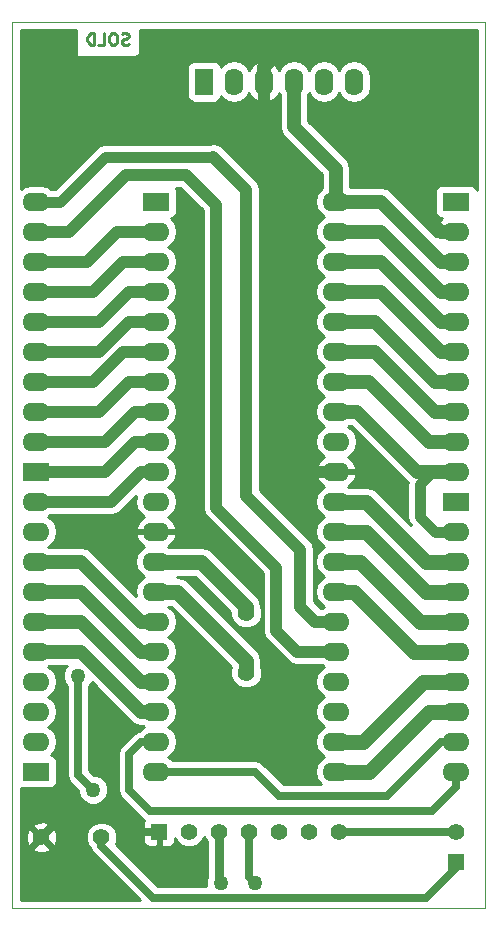
<source format=gbl>
G04 #@! TF.FileFunction,Copper,L2,Bot,Signal*
%FSLAX46Y46*%
G04 Gerber Fmt 4.6, Leading zero omitted, Abs format (unit mm)*
G04 Created by KiCad (PCBNEW (2015-01-16 BZR 5376)-product) date 6/25/2015 4:24:09 PM*
%MOMM*%
G01*
G04 APERTURE LIST*
%ADD10C,0.150000*%
%ADD11C,0.254000*%
%ADD12C,0.100000*%
%ADD13R,1.574800X2.286000*%
%ADD14O,1.574800X2.286000*%
%ADD15R,2.286000X1.574800*%
%ADD16O,2.286000X1.574800*%
%ADD17C,1.422400*%
%ADD18R,1.397000X1.397000*%
%ADD19C,1.397000*%
%ADD20C,1.270000*%
%ADD21C,0.762000*%
%ADD22C,1.143000*%
%ADD23C,0.889000*%
%ADD24C,0.635000*%
%ADD25C,1.016000*%
%ADD26C,1.270000*%
G04 APERTURE END LIST*
D10*
D11*
X198337714Y-76865238D02*
X198192571Y-76913619D01*
X197950667Y-76913619D01*
X197853905Y-76865238D01*
X197805524Y-76816857D01*
X197757143Y-76720095D01*
X197757143Y-76623333D01*
X197805524Y-76526571D01*
X197853905Y-76478190D01*
X197950667Y-76429810D01*
X198144190Y-76381429D01*
X198240952Y-76333048D01*
X198289333Y-76284667D01*
X198337714Y-76187905D01*
X198337714Y-76091143D01*
X198289333Y-75994381D01*
X198240952Y-75946000D01*
X198144190Y-75897619D01*
X197902286Y-75897619D01*
X197757143Y-75946000D01*
X197128190Y-75897619D02*
X196934667Y-75897619D01*
X196837905Y-75946000D01*
X196741143Y-76042762D01*
X196692762Y-76236286D01*
X196692762Y-76574952D01*
X196741143Y-76768476D01*
X196837905Y-76865238D01*
X196934667Y-76913619D01*
X197128190Y-76913619D01*
X197224952Y-76865238D01*
X197321714Y-76768476D01*
X197370095Y-76574952D01*
X197370095Y-76236286D01*
X197321714Y-76042762D01*
X197224952Y-75946000D01*
X197128190Y-75897619D01*
X195773524Y-76913619D02*
X196257333Y-76913619D01*
X196257333Y-75897619D01*
X195434857Y-76913619D02*
X195434857Y-75897619D01*
X195192952Y-75897619D01*
X195047810Y-75946000D01*
X194951048Y-76042762D01*
X194902667Y-76139524D01*
X194854286Y-76333048D01*
X194854286Y-76478190D01*
X194902667Y-76671714D01*
X194951048Y-76768476D01*
X195047810Y-76865238D01*
X195192952Y-76913619D01*
X195434857Y-76913619D01*
D12*
X228500000Y-150000000D02*
X188500000Y-150000000D01*
X228500000Y-75000000D02*
X228500000Y-150000000D01*
X188500000Y-75000000D02*
X188500000Y-150000000D01*
X188500000Y-75000000D02*
X228500000Y-75000000D01*
D13*
X204724000Y-80010000D03*
D14*
X207264000Y-80010000D03*
X209804000Y-80010000D03*
X212344000Y-80010000D03*
X214884000Y-80010000D03*
X217424000Y-80010000D03*
D15*
X190500000Y-113030000D03*
D16*
X190500000Y-110490000D03*
X190500000Y-107950000D03*
X190500000Y-105410000D03*
X190500000Y-102870000D03*
X190500000Y-100330000D03*
X190500000Y-97790000D03*
X190500000Y-95250000D03*
X190500000Y-92710000D03*
X190500000Y-90170000D03*
D15*
X190500000Y-138430000D03*
D16*
X190500000Y-135890000D03*
X190500000Y-133350000D03*
X190500000Y-130810000D03*
X190500000Y-128270000D03*
X190500000Y-125730000D03*
X190500000Y-123190000D03*
X190500000Y-120650000D03*
X190500000Y-118110000D03*
X190500000Y-115570000D03*
D15*
X226060000Y-115570000D03*
D16*
X226060000Y-118110000D03*
X226060000Y-120650000D03*
X226060000Y-123190000D03*
X226060000Y-125730000D03*
X226060000Y-128270000D03*
X226060000Y-130810000D03*
X226060000Y-133350000D03*
X226060000Y-135890000D03*
X226060000Y-138430000D03*
D15*
X226060000Y-90170000D03*
D16*
X226060000Y-92710000D03*
X226060000Y-95250000D03*
X226060000Y-97790000D03*
X226060000Y-100330000D03*
X226060000Y-102870000D03*
X226060000Y-105410000D03*
X226060000Y-107950000D03*
X226060000Y-110490000D03*
X226060000Y-113030000D03*
D17*
X208280000Y-130048000D03*
X208280000Y-124968000D03*
D15*
X200660000Y-90170000D03*
D16*
X200660000Y-92710000D03*
X200660000Y-95250000D03*
X200660000Y-97790000D03*
X200660000Y-100330000D03*
X200660000Y-102870000D03*
X200660000Y-105410000D03*
X200660000Y-107950000D03*
X200660000Y-110490000D03*
X200660000Y-113030000D03*
X200660000Y-115570000D03*
X200660000Y-118110000D03*
X200660000Y-120650000D03*
X200660000Y-123190000D03*
X200660000Y-125730000D03*
X200660000Y-128270000D03*
X200660000Y-130810000D03*
X200660000Y-133350000D03*
X200660000Y-135890000D03*
X200660000Y-138430000D03*
X215900000Y-138430000D03*
X215900000Y-135890000D03*
X215900000Y-133350000D03*
X215900000Y-130810000D03*
X215900000Y-128270000D03*
X215900000Y-125730000D03*
X215900000Y-123190000D03*
X215900000Y-120650000D03*
X215900000Y-118110000D03*
X215900000Y-115570000D03*
X215900000Y-113030000D03*
X215900000Y-110490000D03*
X215900000Y-107950000D03*
X215900000Y-105410000D03*
X215900000Y-102870000D03*
X215900000Y-100330000D03*
X215900000Y-97790000D03*
X215900000Y-95250000D03*
X215900000Y-92710000D03*
X215900000Y-90170000D03*
D18*
X200914000Y-143510000D03*
D19*
X203454000Y-143510000D03*
X205994000Y-143510000D03*
X208534000Y-143510000D03*
X211074000Y-143510000D03*
X213614000Y-143510000D03*
X216154000Y-143510000D03*
D18*
X226060000Y-146050000D03*
D19*
X226060000Y-143510000D03*
X196040000Y-144000000D03*
X190960000Y-144000000D03*
D20*
X206121000Y-147828000D03*
X195326000Y-139954000D03*
X194056000Y-130302000D03*
X209042000Y-147828000D03*
X197866000Y-134366000D03*
X199390000Y-78232000D03*
D21*
X206121000Y-147828000D02*
X205994000Y-147701000D01*
X205994000Y-147701000D02*
X205994000Y-143510000D01*
D22*
X224790000Y-97790000D02*
X226060000Y-97790000D01*
X219710000Y-92710000D02*
X224790000Y-97790000D01*
X215900000Y-92710000D02*
X219710000Y-92710000D01*
X224790000Y-95250000D02*
X226060000Y-95250000D01*
X219710000Y-90170000D02*
X224790000Y-95250000D01*
X215900000Y-90170000D02*
X219710000Y-90170000D01*
X214630000Y-86106000D02*
X215900000Y-87376000D01*
X212344000Y-83820000D02*
X212344000Y-80010000D01*
X215900000Y-87376000D02*
X212344000Y-83820000D01*
X215900000Y-90170000D02*
X215900000Y-87376000D01*
X217678000Y-107950000D02*
X222758000Y-113030000D01*
X215900000Y-107950000D02*
X217678000Y-107950000D01*
X222758000Y-113030000D02*
X226060000Y-113030000D01*
D23*
X224282000Y-118110000D02*
X223012000Y-116840000D01*
X223012000Y-116840000D02*
X223012000Y-114046000D01*
X223012000Y-114046000D02*
X224028000Y-113030000D01*
X224028000Y-113030000D02*
X226060000Y-113030000D01*
X226060000Y-118110000D02*
X224282000Y-118110000D01*
D24*
X226060000Y-146558000D02*
X223520000Y-149098000D01*
X223520000Y-149098000D02*
X200406000Y-149098000D01*
X200406000Y-149098000D02*
X196040000Y-144732000D01*
X196040000Y-144732000D02*
X196040000Y-144000000D01*
X226060000Y-146050000D02*
X226060000Y-146558000D01*
X195326000Y-139954000D02*
X194056000Y-138684000D01*
X194056000Y-138684000D02*
X194056000Y-130302000D01*
D25*
X196850000Y-115570000D02*
X199390000Y-113030000D01*
X190500000Y-115570000D02*
X196850000Y-115570000D01*
X199390000Y-113030000D02*
X200660000Y-113030000D01*
X212852000Y-120142000D02*
X212852000Y-124460000D01*
X212852000Y-124460000D02*
X214122000Y-125730000D01*
X214122000Y-125730000D02*
X215900000Y-125730000D01*
D24*
X209042000Y-147828000D02*
X208534000Y-147320000D01*
X208534000Y-147320000D02*
X208534000Y-143510000D01*
D23*
X196342000Y-86360000D02*
X192532000Y-90170000D01*
X192532000Y-90170000D02*
X190500000Y-90170000D01*
X205486000Y-86360000D02*
X196342000Y-86360000D01*
D25*
X212852000Y-119634000D02*
X208280000Y-115062000D01*
X208280000Y-115062000D02*
X208280000Y-89154000D01*
X208280000Y-89154000D02*
X205486000Y-86360000D01*
X212852000Y-120142000D02*
X212852000Y-119634000D01*
X210820000Y-126492000D02*
X210820000Y-123444000D01*
X212598000Y-128270000D02*
X210820000Y-126492000D01*
X215900000Y-128270000D02*
X212598000Y-128270000D01*
X198120000Y-87884000D02*
X193294000Y-92710000D01*
X193294000Y-92710000D02*
X190500000Y-92710000D01*
X203200000Y-87884000D02*
X198120000Y-87884000D01*
X210820000Y-121158000D02*
X205740000Y-116078000D01*
X205740000Y-116078000D02*
X205740000Y-90424000D01*
X205740000Y-90424000D02*
X203200000Y-87884000D01*
X210820000Y-123444000D02*
X210820000Y-121158000D01*
D22*
X223774000Y-91694000D02*
X222504000Y-90424000D01*
X224790000Y-92710000D02*
X223774000Y-91694000D01*
X226060000Y-92710000D02*
X224790000Y-92710000D01*
D25*
X222504000Y-90424000D02*
X223774000Y-91694000D01*
D22*
X220472000Y-78994000D02*
X218694000Y-77216000D01*
X220472000Y-88138000D02*
X220472000Y-78994000D01*
X222504000Y-90170000D02*
X220472000Y-88138000D01*
X209804000Y-80010000D02*
X209804000Y-78740000D01*
X218694000Y-77216000D02*
X213360000Y-77216000D01*
X211328000Y-77216000D02*
X213360000Y-77216000D01*
X209804000Y-78740000D02*
X211328000Y-77216000D01*
X222504000Y-90424000D02*
X222504000Y-90170000D01*
D24*
X197866000Y-142240000D02*
X192720000Y-142240000D01*
X198628000Y-143002000D02*
X197866000Y-142240000D01*
X192720000Y-142240000D02*
X190960000Y-144000000D01*
X199136000Y-143510000D02*
X198628000Y-143002000D01*
X200914000Y-143510000D02*
X199136000Y-143510000D01*
D25*
X213614000Y-113030000D02*
X211582000Y-110998000D01*
X211582000Y-110998000D02*
X211582000Y-87376000D01*
X211582000Y-87376000D02*
X209804000Y-85598000D01*
X209804000Y-85598000D02*
X209804000Y-80010000D01*
X215900000Y-113030000D02*
X213614000Y-113030000D01*
D24*
X197104000Y-140208000D02*
X197104000Y-135128000D01*
X197104000Y-140716000D02*
X197104000Y-140208000D01*
X197104000Y-135128000D02*
X197866000Y-134366000D01*
X200914000Y-143510000D02*
X199898000Y-143510000D01*
X197104000Y-141478000D02*
X198628000Y-143002000D01*
X197104000Y-140208000D02*
X197104000Y-141478000D01*
D23*
X209804000Y-77724000D02*
X209804000Y-80010000D01*
X209804000Y-77724000D02*
X208788000Y-76708000D01*
X208788000Y-76708000D02*
X200914000Y-76708000D01*
X200914000Y-76708000D02*
X199390000Y-78232000D01*
D26*
X217932000Y-120650000D02*
X223012000Y-125730000D01*
X223012000Y-125730000D02*
X226060000Y-125730000D01*
X215900000Y-120650000D02*
X217932000Y-120650000D01*
D24*
X209042000Y-138430000D02*
X211074000Y-140462000D01*
X211074000Y-140462000D02*
X220218000Y-140462000D01*
X220218000Y-140462000D02*
X224790000Y-135890000D01*
X224790000Y-135890000D02*
X226060000Y-135890000D01*
X200660000Y-138430000D02*
X209042000Y-138430000D01*
D26*
X218694000Y-138430000D02*
X223774000Y-133350000D01*
X215900000Y-138430000D02*
X218694000Y-138430000D01*
X223774000Y-133350000D02*
X226060000Y-133350000D01*
X218186000Y-135890000D02*
X223266000Y-130810000D01*
X223266000Y-130810000D02*
X226060000Y-130810000D01*
X215900000Y-135890000D02*
X218186000Y-135890000D01*
D25*
X195326000Y-97790000D02*
X197866000Y-95250000D01*
X190500000Y-97790000D02*
X195326000Y-97790000D01*
X197866000Y-95250000D02*
X200660000Y-95250000D01*
X198374000Y-97790000D02*
X200660000Y-97790000D01*
X195834000Y-100330000D02*
X198374000Y-97790000D01*
X190500000Y-100330000D02*
X195834000Y-100330000D01*
D22*
X194310000Y-128270000D02*
X190500000Y-128270000D01*
X199390000Y-133350000D02*
X194310000Y-128270000D01*
X200660000Y-133350000D02*
X199390000Y-133350000D01*
X200660000Y-130810000D02*
X199390000Y-130810000D01*
X199390000Y-130810000D02*
X194310000Y-125730000D01*
X194310000Y-125730000D02*
X190500000Y-125730000D01*
X199390000Y-128270000D02*
X194310000Y-123190000D01*
X200660000Y-128270000D02*
X199390000Y-128270000D01*
X194310000Y-123190000D02*
X190500000Y-123190000D01*
D26*
X218440000Y-118110000D02*
X223520000Y-123190000D01*
X223520000Y-123190000D02*
X226060000Y-123190000D01*
X215900000Y-118110000D02*
X218440000Y-118110000D01*
D22*
X194310000Y-120650000D02*
X190500000Y-120650000D01*
X199390000Y-125730000D02*
X194310000Y-120650000D01*
X200660000Y-125730000D02*
X199390000Y-125730000D01*
D24*
X216154000Y-143510000D02*
X226060000Y-143510000D01*
D22*
X218694000Y-105410000D02*
X223774000Y-110490000D01*
X215900000Y-105410000D02*
X218694000Y-105410000D01*
X223774000Y-110490000D02*
X226060000Y-110490000D01*
X219710000Y-95250000D02*
X224790000Y-100330000D01*
X224790000Y-100330000D02*
X226060000Y-100330000D01*
X215900000Y-95250000D02*
X219710000Y-95250000D01*
D26*
X218440000Y-115570000D02*
X223520000Y-120650000D01*
X223520000Y-120650000D02*
X226060000Y-120650000D01*
X215900000Y-115570000D02*
X218440000Y-115570000D01*
D22*
X215900000Y-97790000D02*
X219710000Y-97790000D01*
X219710000Y-97790000D02*
X224790000Y-102870000D01*
X224790000Y-102870000D02*
X226060000Y-102870000D01*
X219202000Y-100330000D02*
X224282000Y-105410000D01*
X215900000Y-100330000D02*
X219202000Y-100330000D01*
X224282000Y-105410000D02*
X226060000Y-105410000D01*
X219202000Y-102870000D02*
X224282000Y-107950000D01*
X215900000Y-102870000D02*
X219202000Y-102870000D01*
X224282000Y-107950000D02*
X226060000Y-107950000D01*
D26*
X208280000Y-124460000D02*
X204470000Y-120650000D01*
X204470000Y-120650000D02*
X200660000Y-120650000D01*
X208280000Y-124968000D02*
X208280000Y-124460000D01*
X202438000Y-123190000D02*
X208280000Y-129032000D01*
X208280000Y-129032000D02*
X208280000Y-130048000D01*
X200660000Y-123190000D02*
X202438000Y-123190000D01*
D25*
X198882000Y-110490000D02*
X200660000Y-110490000D01*
X196342000Y-113030000D02*
X198882000Y-110490000D01*
X190500000Y-113030000D02*
X196342000Y-113030000D01*
X198882000Y-107950000D02*
X200660000Y-107950000D01*
X196342000Y-110490000D02*
X198882000Y-107950000D01*
X190500000Y-110490000D02*
X196342000Y-110490000D01*
X197866000Y-102870000D02*
X200660000Y-102870000D01*
X195326000Y-105410000D02*
X197866000Y-102870000D01*
X190500000Y-105410000D02*
X195326000Y-105410000D01*
X190500000Y-102870000D02*
X195834000Y-102870000D01*
X195834000Y-102870000D02*
X198374000Y-100330000D01*
X198374000Y-100330000D02*
X200660000Y-100330000D01*
X197358000Y-92710000D02*
X200660000Y-92710000D01*
X194818000Y-95250000D02*
X197358000Y-92710000D01*
X190500000Y-95250000D02*
X194818000Y-95250000D01*
X198374000Y-105410000D02*
X200660000Y-105410000D01*
X195834000Y-107950000D02*
X198374000Y-105410000D01*
X190500000Y-107950000D02*
X195834000Y-107950000D01*
D26*
X215900000Y-123190000D02*
X217424000Y-123190000D01*
X217424000Y-123190000D02*
X222504000Y-128270000D01*
X222504000Y-128270000D02*
X226060000Y-128270000D01*
D24*
X198374000Y-136906000D02*
X198374000Y-139954000D01*
X198374000Y-139954000D02*
X200152000Y-141732000D01*
X200152000Y-141732000D02*
X224028000Y-141732000D01*
X224028000Y-141732000D02*
X226060000Y-139700000D01*
X226060000Y-139700000D02*
X226060000Y-138430000D01*
X199390000Y-135890000D02*
X198374000Y-136906000D01*
X200660000Y-135890000D02*
X199390000Y-135890000D01*
D11*
G36*
X204978000Y-147268954D02*
X204851221Y-147574273D01*
X204850780Y-148079510D01*
X204878046Y-148145500D01*
X200800538Y-148145500D01*
X200787000Y-148131962D01*
X200787000Y-144684750D01*
X200787000Y-143637000D01*
X199739250Y-143637000D01*
X199580500Y-143795750D01*
X199580390Y-144082745D01*
X199580611Y-144335364D01*
X199677487Y-144568668D01*
X199856271Y-144747141D01*
X200089745Y-144843610D01*
X200628250Y-144843500D01*
X200787000Y-144684750D01*
X200787000Y-148131962D01*
X197240702Y-144585664D01*
X197373267Y-144266413D01*
X197373730Y-143735914D01*
X197171145Y-143245620D01*
X196796353Y-142870174D01*
X196306413Y-142666733D01*
X195775914Y-142666270D01*
X195285620Y-142868855D01*
X194910174Y-143243647D01*
X194706733Y-143733587D01*
X194706270Y-144264086D01*
X194908855Y-144754380D01*
X195137514Y-144983438D01*
X195160005Y-145096506D01*
X195366481Y-145405519D01*
X199275961Y-149315000D01*
X192305924Y-149315000D01*
X192305924Y-144192520D01*
X192277146Y-143662802D01*
X192129798Y-143307072D01*
X191894186Y-143245419D01*
X191714581Y-143425024D01*
X191714581Y-143065814D01*
X191652928Y-142830202D01*
X191152520Y-142654076D01*
X190622802Y-142682854D01*
X190267072Y-142830202D01*
X190205419Y-143065814D01*
X190960000Y-143820395D01*
X191714581Y-143065814D01*
X191714581Y-143425024D01*
X191139605Y-144000000D01*
X191894186Y-144754581D01*
X192129798Y-144692928D01*
X192305924Y-144192520D01*
X192305924Y-149315000D01*
X191714581Y-149315000D01*
X191714581Y-144934186D01*
X190960000Y-144179605D01*
X190780395Y-144359210D01*
X190780395Y-144000000D01*
X190025814Y-143245419D01*
X189790202Y-143307072D01*
X189614076Y-143807480D01*
X189642854Y-144337198D01*
X189790202Y-144692928D01*
X190025814Y-144754581D01*
X190780395Y-144000000D01*
X190780395Y-144359210D01*
X190205419Y-144934186D01*
X190267072Y-145169798D01*
X190767480Y-145345924D01*
X191297198Y-145317146D01*
X191652928Y-145169798D01*
X191714581Y-144934186D01*
X191714581Y-149315000D01*
X189185000Y-149315000D01*
X189185000Y-139833546D01*
X189230136Y-139852289D01*
X189482755Y-139852510D01*
X191768755Y-139852510D01*
X192002229Y-139756041D01*
X192181013Y-139577568D01*
X192277889Y-139344264D01*
X192278110Y-139091645D01*
X192278110Y-137516845D01*
X192181641Y-137283371D01*
X192003168Y-137104587D01*
X191769864Y-137007711D01*
X191728772Y-137007675D01*
X191896222Y-136895789D01*
X192204559Y-136434329D01*
X192312833Y-135890000D01*
X192204559Y-135345671D01*
X191896222Y-134884211D01*
X191500801Y-134620000D01*
X191896222Y-134355789D01*
X192204559Y-133894329D01*
X192312833Y-133350000D01*
X192204559Y-132805671D01*
X191896222Y-132344211D01*
X191500801Y-132080000D01*
X191896222Y-131815789D01*
X192204559Y-131354329D01*
X192312833Y-130810000D01*
X192204559Y-130265671D01*
X191896222Y-129804211D01*
X191500801Y-129539999D01*
X191595836Y-129476500D01*
X193085320Y-129476500D01*
X192979974Y-129581663D01*
X192786221Y-130048273D01*
X192785780Y-130553510D01*
X192978718Y-131020458D01*
X193103500Y-131145457D01*
X193103500Y-138684000D01*
X193176005Y-139048506D01*
X193382481Y-139357519D01*
X194055932Y-140030970D01*
X194055780Y-140205510D01*
X194248718Y-140672458D01*
X194605663Y-141030026D01*
X195072273Y-141223779D01*
X195577510Y-141224220D01*
X196044458Y-141031282D01*
X196402026Y-140674337D01*
X196595779Y-140207727D01*
X196596220Y-139702490D01*
X196403282Y-139235542D01*
X196046337Y-138877974D01*
X195579727Y-138684221D01*
X195403104Y-138684066D01*
X195008500Y-138289462D01*
X195008500Y-131145647D01*
X195132026Y-131022337D01*
X195197766Y-130864015D01*
X198536875Y-134203124D01*
X198536876Y-134203124D01*
X198928292Y-134464661D01*
X199389999Y-134556499D01*
X199390000Y-134556500D01*
X199564163Y-134556500D01*
X199659198Y-134620000D01*
X199263778Y-134884211D01*
X199203366Y-134974623D01*
X199203365Y-134974624D01*
X199025494Y-135010005D01*
X198840253Y-135133778D01*
X198716480Y-135216481D01*
X197700481Y-136232481D01*
X197494005Y-136541494D01*
X197421500Y-136906000D01*
X197421500Y-139954000D01*
X197494005Y-140318506D01*
X197700481Y-140627519D01*
X199478480Y-142405519D01*
X199478481Y-142405519D01*
X199649156Y-142519560D01*
X199580611Y-142684636D01*
X199580390Y-142937255D01*
X199580500Y-143224250D01*
X199739250Y-143383000D01*
X200787000Y-143383000D01*
X200787000Y-143363000D01*
X201041000Y-143363000D01*
X201041000Y-143383000D01*
X201061000Y-143383000D01*
X201061000Y-143637000D01*
X201041000Y-143637000D01*
X201041000Y-144684750D01*
X201199750Y-144843500D01*
X201738255Y-144843610D01*
X201971729Y-144747141D01*
X202150513Y-144568668D01*
X202247389Y-144335364D01*
X202247610Y-144082745D01*
X202247609Y-144082272D01*
X202322855Y-144264380D01*
X202697647Y-144639826D01*
X203187587Y-144843267D01*
X203718086Y-144843730D01*
X204208380Y-144641145D01*
X204583826Y-144266353D01*
X204724093Y-143928551D01*
X204862855Y-144264380D01*
X204978000Y-144379725D01*
X204978000Y-147268954D01*
X204978000Y-147268954D01*
G37*
X204978000Y-147268954D02*
X204851221Y-147574273D01*
X204850780Y-148079510D01*
X204878046Y-148145500D01*
X200800538Y-148145500D01*
X200787000Y-148131962D01*
X200787000Y-144684750D01*
X200787000Y-143637000D01*
X199739250Y-143637000D01*
X199580500Y-143795750D01*
X199580390Y-144082745D01*
X199580611Y-144335364D01*
X199677487Y-144568668D01*
X199856271Y-144747141D01*
X200089745Y-144843610D01*
X200628250Y-144843500D01*
X200787000Y-144684750D01*
X200787000Y-148131962D01*
X197240702Y-144585664D01*
X197373267Y-144266413D01*
X197373730Y-143735914D01*
X197171145Y-143245620D01*
X196796353Y-142870174D01*
X196306413Y-142666733D01*
X195775914Y-142666270D01*
X195285620Y-142868855D01*
X194910174Y-143243647D01*
X194706733Y-143733587D01*
X194706270Y-144264086D01*
X194908855Y-144754380D01*
X195137514Y-144983438D01*
X195160005Y-145096506D01*
X195366481Y-145405519D01*
X199275961Y-149315000D01*
X192305924Y-149315000D01*
X192305924Y-144192520D01*
X192277146Y-143662802D01*
X192129798Y-143307072D01*
X191894186Y-143245419D01*
X191714581Y-143425024D01*
X191714581Y-143065814D01*
X191652928Y-142830202D01*
X191152520Y-142654076D01*
X190622802Y-142682854D01*
X190267072Y-142830202D01*
X190205419Y-143065814D01*
X190960000Y-143820395D01*
X191714581Y-143065814D01*
X191714581Y-143425024D01*
X191139605Y-144000000D01*
X191894186Y-144754581D01*
X192129798Y-144692928D01*
X192305924Y-144192520D01*
X192305924Y-149315000D01*
X191714581Y-149315000D01*
X191714581Y-144934186D01*
X190960000Y-144179605D01*
X190780395Y-144359210D01*
X190780395Y-144000000D01*
X190025814Y-143245419D01*
X189790202Y-143307072D01*
X189614076Y-143807480D01*
X189642854Y-144337198D01*
X189790202Y-144692928D01*
X190025814Y-144754581D01*
X190780395Y-144000000D01*
X190780395Y-144359210D01*
X190205419Y-144934186D01*
X190267072Y-145169798D01*
X190767480Y-145345924D01*
X191297198Y-145317146D01*
X191652928Y-145169798D01*
X191714581Y-144934186D01*
X191714581Y-149315000D01*
X189185000Y-149315000D01*
X189185000Y-139833546D01*
X189230136Y-139852289D01*
X189482755Y-139852510D01*
X191768755Y-139852510D01*
X192002229Y-139756041D01*
X192181013Y-139577568D01*
X192277889Y-139344264D01*
X192278110Y-139091645D01*
X192278110Y-137516845D01*
X192181641Y-137283371D01*
X192003168Y-137104587D01*
X191769864Y-137007711D01*
X191728772Y-137007675D01*
X191896222Y-136895789D01*
X192204559Y-136434329D01*
X192312833Y-135890000D01*
X192204559Y-135345671D01*
X191896222Y-134884211D01*
X191500801Y-134620000D01*
X191896222Y-134355789D01*
X192204559Y-133894329D01*
X192312833Y-133350000D01*
X192204559Y-132805671D01*
X191896222Y-132344211D01*
X191500801Y-132080000D01*
X191896222Y-131815789D01*
X192204559Y-131354329D01*
X192312833Y-130810000D01*
X192204559Y-130265671D01*
X191896222Y-129804211D01*
X191500801Y-129539999D01*
X191595836Y-129476500D01*
X193085320Y-129476500D01*
X192979974Y-129581663D01*
X192786221Y-130048273D01*
X192785780Y-130553510D01*
X192978718Y-131020458D01*
X193103500Y-131145457D01*
X193103500Y-138684000D01*
X193176005Y-139048506D01*
X193382481Y-139357519D01*
X194055932Y-140030970D01*
X194055780Y-140205510D01*
X194248718Y-140672458D01*
X194605663Y-141030026D01*
X195072273Y-141223779D01*
X195577510Y-141224220D01*
X196044458Y-141031282D01*
X196402026Y-140674337D01*
X196595779Y-140207727D01*
X196596220Y-139702490D01*
X196403282Y-139235542D01*
X196046337Y-138877974D01*
X195579727Y-138684221D01*
X195403104Y-138684066D01*
X195008500Y-138289462D01*
X195008500Y-131145647D01*
X195132026Y-131022337D01*
X195197766Y-130864015D01*
X198536875Y-134203124D01*
X198536876Y-134203124D01*
X198928292Y-134464661D01*
X199389999Y-134556499D01*
X199390000Y-134556500D01*
X199564163Y-134556500D01*
X199659198Y-134620000D01*
X199263778Y-134884211D01*
X199203366Y-134974623D01*
X199203365Y-134974624D01*
X199025494Y-135010005D01*
X198840253Y-135133778D01*
X198716480Y-135216481D01*
X197700481Y-136232481D01*
X197494005Y-136541494D01*
X197421500Y-136906000D01*
X197421500Y-139954000D01*
X197494005Y-140318506D01*
X197700481Y-140627519D01*
X199478480Y-142405519D01*
X199478481Y-142405519D01*
X199649156Y-142519560D01*
X199580611Y-142684636D01*
X199580390Y-142937255D01*
X199580500Y-143224250D01*
X199739250Y-143383000D01*
X200787000Y-143383000D01*
X200787000Y-143363000D01*
X201041000Y-143363000D01*
X201041000Y-143383000D01*
X201061000Y-143383000D01*
X201061000Y-143637000D01*
X201041000Y-143637000D01*
X201041000Y-144684750D01*
X201199750Y-144843500D01*
X201738255Y-144843610D01*
X201971729Y-144747141D01*
X202150513Y-144568668D01*
X202247389Y-144335364D01*
X202247610Y-144082745D01*
X202247609Y-144082272D01*
X202322855Y-144264380D01*
X202697647Y-144639826D01*
X203187587Y-144843267D01*
X203718086Y-144843730D01*
X204208380Y-144641145D01*
X204583826Y-144266353D01*
X204724093Y-143928551D01*
X204862855Y-144264380D01*
X204978000Y-144379725D01*
X204978000Y-147268954D01*
G36*
X214899198Y-137160000D02*
X214503778Y-137424211D01*
X214195441Y-137885671D01*
X214087167Y-138430000D01*
X214195441Y-138974329D01*
X214503778Y-139435789D01*
X214614094Y-139509500D01*
X211468538Y-139509500D01*
X209715519Y-137756481D01*
X209406506Y-137550005D01*
X209042000Y-137477500D01*
X202091828Y-137477500D01*
X202056222Y-137424211D01*
X201660801Y-137160000D01*
X202056222Y-136895789D01*
X202364559Y-136434329D01*
X202472833Y-135890000D01*
X202364559Y-135345671D01*
X202056222Y-134884211D01*
X201660801Y-134620000D01*
X202056222Y-134355789D01*
X202364559Y-133894329D01*
X202472833Y-133350000D01*
X202364559Y-132805671D01*
X202056222Y-132344211D01*
X201660801Y-132080000D01*
X202056222Y-131815789D01*
X202364559Y-131354329D01*
X202472833Y-130810000D01*
X202364559Y-130265671D01*
X202056222Y-129804211D01*
X201660801Y-129539999D01*
X202056222Y-129275789D01*
X202364559Y-128814329D01*
X202472833Y-128270000D01*
X202364559Y-127725671D01*
X202056222Y-127264211D01*
X201660801Y-126999999D01*
X202056222Y-126735789D01*
X202364559Y-126274329D01*
X202472833Y-125730000D01*
X202364559Y-125185671D01*
X202056222Y-124724211D01*
X201660801Y-124460000D01*
X201911948Y-124460000D01*
X207010000Y-129558051D01*
X207010000Y-129596105D01*
X206934035Y-129779050D01*
X206933567Y-130314601D01*
X207138082Y-130809564D01*
X207516444Y-131188587D01*
X208011050Y-131393965D01*
X208546601Y-131394433D01*
X209041564Y-131189918D01*
X209420587Y-130811556D01*
X209625965Y-130316950D01*
X209626433Y-129781399D01*
X209550000Y-129596417D01*
X209550000Y-129032000D01*
X209453327Y-128545992D01*
X209178026Y-128133974D01*
X209178022Y-128133971D01*
X203336026Y-122291974D01*
X202924008Y-122016673D01*
X202438005Y-121920000D01*
X203943948Y-121920000D01*
X206933850Y-124909901D01*
X206933567Y-125234601D01*
X207138082Y-125729564D01*
X207516444Y-126108587D01*
X208011050Y-126313965D01*
X208546601Y-126314433D01*
X209041564Y-126109918D01*
X209420587Y-125731556D01*
X209625965Y-125236950D01*
X209626433Y-124701399D01*
X209550000Y-124516417D01*
X209550000Y-124460000D01*
X209453327Y-123973992D01*
X209178026Y-123561974D01*
X209178022Y-123561971D01*
X205368026Y-119751974D01*
X204956008Y-119476673D01*
X204470000Y-119379999D01*
X204469994Y-119380000D01*
X201662010Y-119380000D01*
X201677262Y-119375525D01*
X202111191Y-119025986D01*
X202378327Y-118536996D01*
X202395010Y-118457060D01*
X202272851Y-118237000D01*
X200787000Y-118237000D01*
X200787000Y-118257000D01*
X200533000Y-118257000D01*
X200533000Y-118237000D01*
X199047149Y-118237000D01*
X198924990Y-118457060D01*
X198941673Y-118536996D01*
X199208809Y-119025986D01*
X199642738Y-119375525D01*
X199658829Y-119380246D01*
X199263778Y-119644211D01*
X198955441Y-120105671D01*
X198847167Y-120650000D01*
X198955441Y-121194329D01*
X199263778Y-121655789D01*
X199659198Y-121919999D01*
X199263778Y-122184211D01*
X198955441Y-122645671D01*
X198847167Y-123190000D01*
X198919403Y-123553154D01*
X195163124Y-119796876D01*
X194771708Y-119535339D01*
X194310000Y-119443500D01*
X191595836Y-119443500D01*
X191500801Y-119379999D01*
X191896222Y-119115789D01*
X192204559Y-118654329D01*
X192312833Y-118110000D01*
X192204559Y-117565671D01*
X191896222Y-117104211D01*
X191500801Y-116839999D01*
X191690870Y-116713000D01*
X196850000Y-116713000D01*
X197287407Y-116625994D01*
X197658223Y-116378223D01*
X198941701Y-115094744D01*
X198847167Y-115570000D01*
X198955441Y-116114329D01*
X199263778Y-116575789D01*
X199658829Y-116839753D01*
X199642738Y-116844475D01*
X199208809Y-117194014D01*
X198941673Y-117683004D01*
X198924990Y-117762940D01*
X199047149Y-117983000D01*
X200533000Y-117983000D01*
X200533000Y-117963000D01*
X200787000Y-117963000D01*
X200787000Y-117983000D01*
X202272851Y-117983000D01*
X202395010Y-117762940D01*
X202378327Y-117683004D01*
X202111191Y-117194014D01*
X201677262Y-116844475D01*
X201661170Y-116839753D01*
X202056222Y-116575789D01*
X202364559Y-116114329D01*
X202472833Y-115570000D01*
X202364559Y-115025671D01*
X202056222Y-114564211D01*
X201660801Y-114299999D01*
X202056222Y-114035789D01*
X202364559Y-113574329D01*
X202472833Y-113030000D01*
X202364559Y-112485671D01*
X202056222Y-112024211D01*
X201660801Y-111759999D01*
X202056222Y-111495789D01*
X202364559Y-111034329D01*
X202472833Y-110490000D01*
X202364559Y-109945671D01*
X202056222Y-109484211D01*
X201660801Y-109219999D01*
X202056222Y-108955789D01*
X202364559Y-108494329D01*
X202472833Y-107950000D01*
X202364559Y-107405671D01*
X202056222Y-106944211D01*
X201660801Y-106679999D01*
X202056222Y-106415789D01*
X202364559Y-105954329D01*
X202472833Y-105410000D01*
X202364559Y-104865671D01*
X202056222Y-104404211D01*
X201660801Y-104139999D01*
X202056222Y-103875789D01*
X202364559Y-103414329D01*
X202472833Y-102870000D01*
X202364559Y-102325671D01*
X202056222Y-101864211D01*
X201660801Y-101599999D01*
X202056222Y-101335789D01*
X202364559Y-100874329D01*
X202472833Y-100330000D01*
X202364559Y-99785671D01*
X202056222Y-99324211D01*
X201660801Y-99059999D01*
X202056222Y-98795789D01*
X202364559Y-98334329D01*
X202472833Y-97790000D01*
X202364559Y-97245671D01*
X202056222Y-96784211D01*
X201660801Y-96519999D01*
X202056222Y-96255789D01*
X202364559Y-95794329D01*
X202472833Y-95250000D01*
X202364559Y-94705671D01*
X202056222Y-94244211D01*
X201660801Y-93979999D01*
X202056222Y-93715789D01*
X202364559Y-93254329D01*
X202472833Y-92710000D01*
X202364559Y-92165671D01*
X202056222Y-91704211D01*
X201889049Y-91592510D01*
X201928755Y-91592510D01*
X202162229Y-91496041D01*
X202341013Y-91317568D01*
X202437889Y-91084264D01*
X202438110Y-90831645D01*
X202438110Y-89256845D01*
X202343140Y-89027000D01*
X202726554Y-89027000D01*
X204597000Y-90897446D01*
X204597000Y-116078000D01*
X204684006Y-116515407D01*
X204931777Y-116886223D01*
X209677000Y-121631446D01*
X209677000Y-123444000D01*
X209677000Y-126492000D01*
X209764006Y-126929407D01*
X210011777Y-127300223D01*
X211789776Y-129078223D01*
X211789777Y-129078223D01*
X212037547Y-129243777D01*
X212160592Y-129325993D01*
X212160593Y-129325994D01*
X212597999Y-129412999D01*
X212598000Y-129413000D01*
X214709129Y-129413000D01*
X214899198Y-129539999D01*
X214503778Y-129804211D01*
X214195441Y-130265671D01*
X214087167Y-130810000D01*
X214195441Y-131354329D01*
X214503778Y-131815789D01*
X214899198Y-132080000D01*
X214503778Y-132344211D01*
X214195441Y-132805671D01*
X214087167Y-133350000D01*
X214195441Y-133894329D01*
X214503778Y-134355789D01*
X214899198Y-134620000D01*
X214503778Y-134884211D01*
X214195441Y-135345671D01*
X214087167Y-135890000D01*
X214195441Y-136434329D01*
X214503778Y-136895789D01*
X214899198Y-137160000D01*
X214899198Y-137160000D01*
G37*
X214899198Y-137160000D02*
X214503778Y-137424211D01*
X214195441Y-137885671D01*
X214087167Y-138430000D01*
X214195441Y-138974329D01*
X214503778Y-139435789D01*
X214614094Y-139509500D01*
X211468538Y-139509500D01*
X209715519Y-137756481D01*
X209406506Y-137550005D01*
X209042000Y-137477500D01*
X202091828Y-137477500D01*
X202056222Y-137424211D01*
X201660801Y-137160000D01*
X202056222Y-136895789D01*
X202364559Y-136434329D01*
X202472833Y-135890000D01*
X202364559Y-135345671D01*
X202056222Y-134884211D01*
X201660801Y-134620000D01*
X202056222Y-134355789D01*
X202364559Y-133894329D01*
X202472833Y-133350000D01*
X202364559Y-132805671D01*
X202056222Y-132344211D01*
X201660801Y-132080000D01*
X202056222Y-131815789D01*
X202364559Y-131354329D01*
X202472833Y-130810000D01*
X202364559Y-130265671D01*
X202056222Y-129804211D01*
X201660801Y-129539999D01*
X202056222Y-129275789D01*
X202364559Y-128814329D01*
X202472833Y-128270000D01*
X202364559Y-127725671D01*
X202056222Y-127264211D01*
X201660801Y-126999999D01*
X202056222Y-126735789D01*
X202364559Y-126274329D01*
X202472833Y-125730000D01*
X202364559Y-125185671D01*
X202056222Y-124724211D01*
X201660801Y-124460000D01*
X201911948Y-124460000D01*
X207010000Y-129558051D01*
X207010000Y-129596105D01*
X206934035Y-129779050D01*
X206933567Y-130314601D01*
X207138082Y-130809564D01*
X207516444Y-131188587D01*
X208011050Y-131393965D01*
X208546601Y-131394433D01*
X209041564Y-131189918D01*
X209420587Y-130811556D01*
X209625965Y-130316950D01*
X209626433Y-129781399D01*
X209550000Y-129596417D01*
X209550000Y-129032000D01*
X209453327Y-128545992D01*
X209178026Y-128133974D01*
X209178022Y-128133971D01*
X203336026Y-122291974D01*
X202924008Y-122016673D01*
X202438005Y-121920000D01*
X203943948Y-121920000D01*
X206933850Y-124909901D01*
X206933567Y-125234601D01*
X207138082Y-125729564D01*
X207516444Y-126108587D01*
X208011050Y-126313965D01*
X208546601Y-126314433D01*
X209041564Y-126109918D01*
X209420587Y-125731556D01*
X209625965Y-125236950D01*
X209626433Y-124701399D01*
X209550000Y-124516417D01*
X209550000Y-124460000D01*
X209453327Y-123973992D01*
X209178026Y-123561974D01*
X209178022Y-123561971D01*
X205368026Y-119751974D01*
X204956008Y-119476673D01*
X204470000Y-119379999D01*
X204469994Y-119380000D01*
X201662010Y-119380000D01*
X201677262Y-119375525D01*
X202111191Y-119025986D01*
X202378327Y-118536996D01*
X202395010Y-118457060D01*
X202272851Y-118237000D01*
X200787000Y-118237000D01*
X200787000Y-118257000D01*
X200533000Y-118257000D01*
X200533000Y-118237000D01*
X199047149Y-118237000D01*
X198924990Y-118457060D01*
X198941673Y-118536996D01*
X199208809Y-119025986D01*
X199642738Y-119375525D01*
X199658829Y-119380246D01*
X199263778Y-119644211D01*
X198955441Y-120105671D01*
X198847167Y-120650000D01*
X198955441Y-121194329D01*
X199263778Y-121655789D01*
X199659198Y-121919999D01*
X199263778Y-122184211D01*
X198955441Y-122645671D01*
X198847167Y-123190000D01*
X198919403Y-123553154D01*
X195163124Y-119796876D01*
X194771708Y-119535339D01*
X194310000Y-119443500D01*
X191595836Y-119443500D01*
X191500801Y-119379999D01*
X191896222Y-119115789D01*
X192204559Y-118654329D01*
X192312833Y-118110000D01*
X192204559Y-117565671D01*
X191896222Y-117104211D01*
X191500801Y-116839999D01*
X191690870Y-116713000D01*
X196850000Y-116713000D01*
X197287407Y-116625994D01*
X197658223Y-116378223D01*
X198941701Y-115094744D01*
X198847167Y-115570000D01*
X198955441Y-116114329D01*
X199263778Y-116575789D01*
X199658829Y-116839753D01*
X199642738Y-116844475D01*
X199208809Y-117194014D01*
X198941673Y-117683004D01*
X198924990Y-117762940D01*
X199047149Y-117983000D01*
X200533000Y-117983000D01*
X200533000Y-117963000D01*
X200787000Y-117963000D01*
X200787000Y-117983000D01*
X202272851Y-117983000D01*
X202395010Y-117762940D01*
X202378327Y-117683004D01*
X202111191Y-117194014D01*
X201677262Y-116844475D01*
X201661170Y-116839753D01*
X202056222Y-116575789D01*
X202364559Y-116114329D01*
X202472833Y-115570000D01*
X202364559Y-115025671D01*
X202056222Y-114564211D01*
X201660801Y-114299999D01*
X202056222Y-114035789D01*
X202364559Y-113574329D01*
X202472833Y-113030000D01*
X202364559Y-112485671D01*
X202056222Y-112024211D01*
X201660801Y-111759999D01*
X202056222Y-111495789D01*
X202364559Y-111034329D01*
X202472833Y-110490000D01*
X202364559Y-109945671D01*
X202056222Y-109484211D01*
X201660801Y-109219999D01*
X202056222Y-108955789D01*
X202364559Y-108494329D01*
X202472833Y-107950000D01*
X202364559Y-107405671D01*
X202056222Y-106944211D01*
X201660801Y-106679999D01*
X202056222Y-106415789D01*
X202364559Y-105954329D01*
X202472833Y-105410000D01*
X202364559Y-104865671D01*
X202056222Y-104404211D01*
X201660801Y-104139999D01*
X202056222Y-103875789D01*
X202364559Y-103414329D01*
X202472833Y-102870000D01*
X202364559Y-102325671D01*
X202056222Y-101864211D01*
X201660801Y-101599999D01*
X202056222Y-101335789D01*
X202364559Y-100874329D01*
X202472833Y-100330000D01*
X202364559Y-99785671D01*
X202056222Y-99324211D01*
X201660801Y-99059999D01*
X202056222Y-98795789D01*
X202364559Y-98334329D01*
X202472833Y-97790000D01*
X202364559Y-97245671D01*
X202056222Y-96784211D01*
X201660801Y-96519999D01*
X202056222Y-96255789D01*
X202364559Y-95794329D01*
X202472833Y-95250000D01*
X202364559Y-94705671D01*
X202056222Y-94244211D01*
X201660801Y-93979999D01*
X202056222Y-93715789D01*
X202364559Y-93254329D01*
X202472833Y-92710000D01*
X202364559Y-92165671D01*
X202056222Y-91704211D01*
X201889049Y-91592510D01*
X201928755Y-91592510D01*
X202162229Y-91496041D01*
X202341013Y-91317568D01*
X202437889Y-91084264D01*
X202438110Y-90831645D01*
X202438110Y-89256845D01*
X202343140Y-89027000D01*
X202726554Y-89027000D01*
X204597000Y-90897446D01*
X204597000Y-116078000D01*
X204684006Y-116515407D01*
X204931777Y-116886223D01*
X209677000Y-121631446D01*
X209677000Y-123444000D01*
X209677000Y-126492000D01*
X209764006Y-126929407D01*
X210011777Y-127300223D01*
X211789776Y-129078223D01*
X211789777Y-129078223D01*
X212037547Y-129243777D01*
X212160592Y-129325993D01*
X212160593Y-129325994D01*
X212597999Y-129412999D01*
X212598000Y-129413000D01*
X214709129Y-129413000D01*
X214899198Y-129539999D01*
X214503778Y-129804211D01*
X214195441Y-130265671D01*
X214087167Y-130810000D01*
X214195441Y-131354329D01*
X214503778Y-131815789D01*
X214899198Y-132080000D01*
X214503778Y-132344211D01*
X214195441Y-132805671D01*
X214087167Y-133350000D01*
X214195441Y-133894329D01*
X214503778Y-134355789D01*
X214899198Y-134620000D01*
X214503778Y-134884211D01*
X214195441Y-135345671D01*
X214087167Y-135890000D01*
X214195441Y-136434329D01*
X214503778Y-136895789D01*
X214899198Y-137160000D01*
G36*
X227815000Y-89200914D02*
X227741641Y-89023371D01*
X227563168Y-88844587D01*
X227329864Y-88747711D01*
X227077245Y-88747490D01*
X224791245Y-88747490D01*
X224557771Y-88843959D01*
X224378987Y-89022432D01*
X224282111Y-89255736D01*
X224281890Y-89508355D01*
X224281890Y-91083155D01*
X224378359Y-91316629D01*
X224556832Y-91495413D01*
X224790136Y-91592289D01*
X224859161Y-91592349D01*
X224608809Y-91794014D01*
X224341673Y-92283004D01*
X224324990Y-92362940D01*
X224447149Y-92583000D01*
X225933000Y-92583000D01*
X225933000Y-92563000D01*
X226187000Y-92563000D01*
X226187000Y-92583000D01*
X226207000Y-92583000D01*
X226207000Y-92837000D01*
X226187000Y-92837000D01*
X226187000Y-92857000D01*
X225933000Y-92857000D01*
X225933000Y-92837000D01*
X224447149Y-92837000D01*
X224324990Y-93057060D01*
X224330708Y-93084459D01*
X220563124Y-89316876D01*
X220171708Y-89055339D01*
X219710000Y-88963500D01*
X217106500Y-88963500D01*
X217106500Y-87376000D01*
X217014661Y-86914292D01*
X216753124Y-86522876D01*
X216753124Y-86522875D01*
X215483124Y-85252876D01*
X213550500Y-83320251D01*
X213550500Y-81105836D01*
X213614000Y-81010801D01*
X213878211Y-81406222D01*
X214339671Y-81714559D01*
X214884000Y-81822833D01*
X215428329Y-81714559D01*
X215889789Y-81406222D01*
X216154000Y-81010801D01*
X216418211Y-81406222D01*
X216879671Y-81714559D01*
X217424000Y-81822833D01*
X217968329Y-81714559D01*
X218429789Y-81406222D01*
X218738126Y-80944762D01*
X218846400Y-80400433D01*
X218846400Y-79619567D01*
X218738126Y-79075238D01*
X218429789Y-78613778D01*
X217968329Y-78305441D01*
X217424000Y-78197167D01*
X216879671Y-78305441D01*
X216418211Y-78613778D01*
X216154000Y-79009198D01*
X215889789Y-78613778D01*
X215428329Y-78305441D01*
X214884000Y-78197167D01*
X214339671Y-78305441D01*
X213878211Y-78613778D01*
X213614000Y-79009198D01*
X213349789Y-78613778D01*
X212888329Y-78305441D01*
X212344000Y-78197167D01*
X211799671Y-78305441D01*
X211338211Y-78613778D01*
X211074246Y-79008829D01*
X211069525Y-78992738D01*
X210719986Y-78558809D01*
X210230996Y-78291673D01*
X210151060Y-78274990D01*
X209931000Y-78397149D01*
X209931000Y-79883000D01*
X209951000Y-79883000D01*
X209951000Y-80137000D01*
X209931000Y-80137000D01*
X209931000Y-81622851D01*
X210151060Y-81745010D01*
X210230996Y-81728327D01*
X210719986Y-81461191D01*
X211069525Y-81027262D01*
X211074246Y-81011170D01*
X211137500Y-81105836D01*
X211137500Y-83820000D01*
X211229339Y-84281708D01*
X211490876Y-84673124D01*
X213776876Y-86959124D01*
X214693500Y-87875748D01*
X214693500Y-89037443D01*
X214503778Y-89164211D01*
X214195441Y-89625671D01*
X214087167Y-90170000D01*
X214195441Y-90714329D01*
X214503778Y-91175789D01*
X214899198Y-91439999D01*
X214503778Y-91704211D01*
X214195441Y-92165671D01*
X214087167Y-92710000D01*
X214195441Y-93254329D01*
X214503778Y-93715789D01*
X214899198Y-93979999D01*
X214503778Y-94244211D01*
X214195441Y-94705671D01*
X214087167Y-95250000D01*
X214195441Y-95794329D01*
X214503778Y-96255789D01*
X214899198Y-96519999D01*
X214503778Y-96784211D01*
X214195441Y-97245671D01*
X214087167Y-97790000D01*
X214195441Y-98334329D01*
X214503778Y-98795789D01*
X214899198Y-99059999D01*
X214503778Y-99324211D01*
X214195441Y-99785671D01*
X214087167Y-100330000D01*
X214195441Y-100874329D01*
X214503778Y-101335789D01*
X214899198Y-101599999D01*
X214503778Y-101864211D01*
X214195441Y-102325671D01*
X214087167Y-102870000D01*
X214195441Y-103414329D01*
X214503778Y-103875789D01*
X214899198Y-104139999D01*
X214503778Y-104404211D01*
X214195441Y-104865671D01*
X214087167Y-105410000D01*
X214195441Y-105954329D01*
X214503778Y-106415789D01*
X214899198Y-106679999D01*
X214503778Y-106944211D01*
X214195441Y-107405671D01*
X214087167Y-107950000D01*
X214195441Y-108494329D01*
X214503778Y-108955789D01*
X214899198Y-109219999D01*
X214503778Y-109484211D01*
X214195441Y-109945671D01*
X214087167Y-110490000D01*
X214195441Y-111034329D01*
X214503778Y-111495789D01*
X214898829Y-111759753D01*
X214882738Y-111764475D01*
X214448809Y-112114014D01*
X214181673Y-112603004D01*
X214164990Y-112682940D01*
X214287149Y-112903000D01*
X215773000Y-112903000D01*
X215773000Y-112883000D01*
X216027000Y-112883000D01*
X216027000Y-112903000D01*
X217512851Y-112903000D01*
X217635010Y-112682940D01*
X217618327Y-112603004D01*
X217351191Y-112114014D01*
X216917262Y-111764475D01*
X216901170Y-111759753D01*
X217296222Y-111495789D01*
X217604559Y-111034329D01*
X217712833Y-110490000D01*
X217604559Y-109945671D01*
X217296222Y-109484211D01*
X216900801Y-109219999D01*
X216995836Y-109156500D01*
X217178251Y-109156500D01*
X221904875Y-113883124D01*
X221904876Y-113883124D01*
X221957856Y-113918524D01*
X221957856Y-113918525D01*
X221932500Y-114046000D01*
X221932500Y-116840000D01*
X222014672Y-117253107D01*
X222207004Y-117540952D01*
X219338026Y-114671974D01*
X218926008Y-114396673D01*
X218440000Y-114299999D01*
X218439994Y-114300000D01*
X216902010Y-114300000D01*
X216917262Y-114295525D01*
X217351191Y-113945986D01*
X217618327Y-113456996D01*
X217635010Y-113377060D01*
X217512851Y-113157000D01*
X216027000Y-113157000D01*
X216027000Y-113177000D01*
X215773000Y-113177000D01*
X215773000Y-113157000D01*
X214287149Y-113157000D01*
X214164990Y-113377060D01*
X214181673Y-113456996D01*
X214448809Y-113945986D01*
X214882738Y-114295525D01*
X214898829Y-114300246D01*
X214503778Y-114564211D01*
X214195441Y-115025671D01*
X214087167Y-115570000D01*
X214195441Y-116114329D01*
X214503778Y-116575789D01*
X214899198Y-116839999D01*
X214503778Y-117104211D01*
X214195441Y-117565671D01*
X214087167Y-118110000D01*
X214195441Y-118654329D01*
X214503778Y-119115789D01*
X214899198Y-119379999D01*
X214503778Y-119644211D01*
X214195441Y-120105671D01*
X214087167Y-120650000D01*
X214195441Y-121194329D01*
X214503778Y-121655789D01*
X214899198Y-121919999D01*
X214503778Y-122184211D01*
X214195441Y-122645671D01*
X214087167Y-123190000D01*
X214195441Y-123734329D01*
X214503778Y-124195789D01*
X214899198Y-124459999D01*
X214709129Y-124587000D01*
X214595446Y-124587000D01*
X213995000Y-123986554D01*
X213995000Y-120142000D01*
X213995000Y-119634000D01*
X213907994Y-119196593D01*
X213660223Y-118825777D01*
X209677000Y-114842554D01*
X209677000Y-81622851D01*
X209677000Y-80137000D01*
X209657000Y-80137000D01*
X209657000Y-79883000D01*
X209677000Y-79883000D01*
X209677000Y-78397149D01*
X209456940Y-78274990D01*
X209377004Y-78291673D01*
X208888014Y-78558809D01*
X208538475Y-78992738D01*
X208533753Y-79008829D01*
X208269789Y-78613778D01*
X207808329Y-78305441D01*
X207264000Y-78197167D01*
X206719671Y-78305441D01*
X206258211Y-78613778D01*
X206146510Y-78780950D01*
X206146510Y-78741245D01*
X206050041Y-78507771D01*
X205871568Y-78328987D01*
X205638264Y-78232111D01*
X205385645Y-78231890D01*
X203810845Y-78231890D01*
X203577371Y-78328359D01*
X203398587Y-78506832D01*
X203301711Y-78740136D01*
X203301490Y-78992755D01*
X203301490Y-81278755D01*
X203397959Y-81512229D01*
X203576432Y-81691013D01*
X203809736Y-81787889D01*
X204062355Y-81788110D01*
X205637155Y-81788110D01*
X205870629Y-81691641D01*
X206049413Y-81513168D01*
X206146289Y-81279864D01*
X206146324Y-81238772D01*
X206258211Y-81406222D01*
X206719671Y-81714559D01*
X207264000Y-81822833D01*
X207808329Y-81714559D01*
X208269789Y-81406222D01*
X208533753Y-81011170D01*
X208538475Y-81027262D01*
X208888014Y-81461191D01*
X209377004Y-81728327D01*
X209456940Y-81745010D01*
X209677000Y-81622851D01*
X209677000Y-114842554D01*
X209423000Y-114588554D01*
X209423000Y-89154000D01*
X209335994Y-88716593D01*
X209335993Y-88716592D01*
X209253777Y-88593547D01*
X209088223Y-88345777D01*
X209088223Y-88345776D01*
X206294223Y-85551777D01*
X205923407Y-85304006D01*
X205486000Y-85217000D01*
X205166765Y-85280500D01*
X196342000Y-85280500D01*
X195928893Y-85362672D01*
X195578678Y-85596678D01*
X195578675Y-85596681D01*
X192084856Y-89090500D01*
X191785905Y-89090500D01*
X191434762Y-88855874D01*
X190890433Y-88747600D01*
X190109567Y-88747600D01*
X189565238Y-88855874D01*
X189185000Y-89109940D01*
X189185000Y-75685000D01*
X193898762Y-75685000D01*
X193898762Y-77927200D01*
X199293238Y-77927200D01*
X199293238Y-75685000D01*
X227815000Y-75685000D01*
X227815000Y-89200914D01*
X227815000Y-89200914D01*
G37*
X227815000Y-89200914D02*
X227741641Y-89023371D01*
X227563168Y-88844587D01*
X227329864Y-88747711D01*
X227077245Y-88747490D01*
X224791245Y-88747490D01*
X224557771Y-88843959D01*
X224378987Y-89022432D01*
X224282111Y-89255736D01*
X224281890Y-89508355D01*
X224281890Y-91083155D01*
X224378359Y-91316629D01*
X224556832Y-91495413D01*
X224790136Y-91592289D01*
X224859161Y-91592349D01*
X224608809Y-91794014D01*
X224341673Y-92283004D01*
X224324990Y-92362940D01*
X224447149Y-92583000D01*
X225933000Y-92583000D01*
X225933000Y-92563000D01*
X226187000Y-92563000D01*
X226187000Y-92583000D01*
X226207000Y-92583000D01*
X226207000Y-92837000D01*
X226187000Y-92837000D01*
X226187000Y-92857000D01*
X225933000Y-92857000D01*
X225933000Y-92837000D01*
X224447149Y-92837000D01*
X224324990Y-93057060D01*
X224330708Y-93084459D01*
X220563124Y-89316876D01*
X220171708Y-89055339D01*
X219710000Y-88963500D01*
X217106500Y-88963500D01*
X217106500Y-87376000D01*
X217014661Y-86914292D01*
X216753124Y-86522876D01*
X216753124Y-86522875D01*
X215483124Y-85252876D01*
X213550500Y-83320251D01*
X213550500Y-81105836D01*
X213614000Y-81010801D01*
X213878211Y-81406222D01*
X214339671Y-81714559D01*
X214884000Y-81822833D01*
X215428329Y-81714559D01*
X215889789Y-81406222D01*
X216154000Y-81010801D01*
X216418211Y-81406222D01*
X216879671Y-81714559D01*
X217424000Y-81822833D01*
X217968329Y-81714559D01*
X218429789Y-81406222D01*
X218738126Y-80944762D01*
X218846400Y-80400433D01*
X218846400Y-79619567D01*
X218738126Y-79075238D01*
X218429789Y-78613778D01*
X217968329Y-78305441D01*
X217424000Y-78197167D01*
X216879671Y-78305441D01*
X216418211Y-78613778D01*
X216154000Y-79009198D01*
X215889789Y-78613778D01*
X215428329Y-78305441D01*
X214884000Y-78197167D01*
X214339671Y-78305441D01*
X213878211Y-78613778D01*
X213614000Y-79009198D01*
X213349789Y-78613778D01*
X212888329Y-78305441D01*
X212344000Y-78197167D01*
X211799671Y-78305441D01*
X211338211Y-78613778D01*
X211074246Y-79008829D01*
X211069525Y-78992738D01*
X210719986Y-78558809D01*
X210230996Y-78291673D01*
X210151060Y-78274990D01*
X209931000Y-78397149D01*
X209931000Y-79883000D01*
X209951000Y-79883000D01*
X209951000Y-80137000D01*
X209931000Y-80137000D01*
X209931000Y-81622851D01*
X210151060Y-81745010D01*
X210230996Y-81728327D01*
X210719986Y-81461191D01*
X211069525Y-81027262D01*
X211074246Y-81011170D01*
X211137500Y-81105836D01*
X211137500Y-83820000D01*
X211229339Y-84281708D01*
X211490876Y-84673124D01*
X213776876Y-86959124D01*
X214693500Y-87875748D01*
X214693500Y-89037443D01*
X214503778Y-89164211D01*
X214195441Y-89625671D01*
X214087167Y-90170000D01*
X214195441Y-90714329D01*
X214503778Y-91175789D01*
X214899198Y-91439999D01*
X214503778Y-91704211D01*
X214195441Y-92165671D01*
X214087167Y-92710000D01*
X214195441Y-93254329D01*
X214503778Y-93715789D01*
X214899198Y-93979999D01*
X214503778Y-94244211D01*
X214195441Y-94705671D01*
X214087167Y-95250000D01*
X214195441Y-95794329D01*
X214503778Y-96255789D01*
X214899198Y-96519999D01*
X214503778Y-96784211D01*
X214195441Y-97245671D01*
X214087167Y-97790000D01*
X214195441Y-98334329D01*
X214503778Y-98795789D01*
X214899198Y-99059999D01*
X214503778Y-99324211D01*
X214195441Y-99785671D01*
X214087167Y-100330000D01*
X214195441Y-100874329D01*
X214503778Y-101335789D01*
X214899198Y-101599999D01*
X214503778Y-101864211D01*
X214195441Y-102325671D01*
X214087167Y-102870000D01*
X214195441Y-103414329D01*
X214503778Y-103875789D01*
X214899198Y-104139999D01*
X214503778Y-104404211D01*
X214195441Y-104865671D01*
X214087167Y-105410000D01*
X214195441Y-105954329D01*
X214503778Y-106415789D01*
X214899198Y-106679999D01*
X214503778Y-106944211D01*
X214195441Y-107405671D01*
X214087167Y-107950000D01*
X214195441Y-108494329D01*
X214503778Y-108955789D01*
X214899198Y-109219999D01*
X214503778Y-109484211D01*
X214195441Y-109945671D01*
X214087167Y-110490000D01*
X214195441Y-111034329D01*
X214503778Y-111495789D01*
X214898829Y-111759753D01*
X214882738Y-111764475D01*
X214448809Y-112114014D01*
X214181673Y-112603004D01*
X214164990Y-112682940D01*
X214287149Y-112903000D01*
X215773000Y-112903000D01*
X215773000Y-112883000D01*
X216027000Y-112883000D01*
X216027000Y-112903000D01*
X217512851Y-112903000D01*
X217635010Y-112682940D01*
X217618327Y-112603004D01*
X217351191Y-112114014D01*
X216917262Y-111764475D01*
X216901170Y-111759753D01*
X217296222Y-111495789D01*
X217604559Y-111034329D01*
X217712833Y-110490000D01*
X217604559Y-109945671D01*
X217296222Y-109484211D01*
X216900801Y-109219999D01*
X216995836Y-109156500D01*
X217178251Y-109156500D01*
X221904875Y-113883124D01*
X221904876Y-113883124D01*
X221957856Y-113918524D01*
X221957856Y-113918525D01*
X221932500Y-114046000D01*
X221932500Y-116840000D01*
X222014672Y-117253107D01*
X222207004Y-117540952D01*
X219338026Y-114671974D01*
X218926008Y-114396673D01*
X218440000Y-114299999D01*
X218439994Y-114300000D01*
X216902010Y-114300000D01*
X216917262Y-114295525D01*
X217351191Y-113945986D01*
X217618327Y-113456996D01*
X217635010Y-113377060D01*
X217512851Y-113157000D01*
X216027000Y-113157000D01*
X216027000Y-113177000D01*
X215773000Y-113177000D01*
X215773000Y-113157000D01*
X214287149Y-113157000D01*
X214164990Y-113377060D01*
X214181673Y-113456996D01*
X214448809Y-113945986D01*
X214882738Y-114295525D01*
X214898829Y-114300246D01*
X214503778Y-114564211D01*
X214195441Y-115025671D01*
X214087167Y-115570000D01*
X214195441Y-116114329D01*
X214503778Y-116575789D01*
X214899198Y-116839999D01*
X214503778Y-117104211D01*
X214195441Y-117565671D01*
X214087167Y-118110000D01*
X214195441Y-118654329D01*
X214503778Y-119115789D01*
X214899198Y-119379999D01*
X214503778Y-119644211D01*
X214195441Y-120105671D01*
X214087167Y-120650000D01*
X214195441Y-121194329D01*
X214503778Y-121655789D01*
X214899198Y-121919999D01*
X214503778Y-122184211D01*
X214195441Y-122645671D01*
X214087167Y-123190000D01*
X214195441Y-123734329D01*
X214503778Y-124195789D01*
X214899198Y-124459999D01*
X214709129Y-124587000D01*
X214595446Y-124587000D01*
X213995000Y-123986554D01*
X213995000Y-120142000D01*
X213995000Y-119634000D01*
X213907994Y-119196593D01*
X213660223Y-118825777D01*
X209677000Y-114842554D01*
X209677000Y-81622851D01*
X209677000Y-80137000D01*
X209657000Y-80137000D01*
X209657000Y-79883000D01*
X209677000Y-79883000D01*
X209677000Y-78397149D01*
X209456940Y-78274990D01*
X209377004Y-78291673D01*
X208888014Y-78558809D01*
X208538475Y-78992738D01*
X208533753Y-79008829D01*
X208269789Y-78613778D01*
X207808329Y-78305441D01*
X207264000Y-78197167D01*
X206719671Y-78305441D01*
X206258211Y-78613778D01*
X206146510Y-78780950D01*
X206146510Y-78741245D01*
X206050041Y-78507771D01*
X205871568Y-78328987D01*
X205638264Y-78232111D01*
X205385645Y-78231890D01*
X203810845Y-78231890D01*
X203577371Y-78328359D01*
X203398587Y-78506832D01*
X203301711Y-78740136D01*
X203301490Y-78992755D01*
X203301490Y-81278755D01*
X203397959Y-81512229D01*
X203576432Y-81691013D01*
X203809736Y-81787889D01*
X204062355Y-81788110D01*
X205637155Y-81788110D01*
X205870629Y-81691641D01*
X206049413Y-81513168D01*
X206146289Y-81279864D01*
X206146324Y-81238772D01*
X206258211Y-81406222D01*
X206719671Y-81714559D01*
X207264000Y-81822833D01*
X207808329Y-81714559D01*
X208269789Y-81406222D01*
X208533753Y-81011170D01*
X208538475Y-81027262D01*
X208888014Y-81461191D01*
X209377004Y-81728327D01*
X209456940Y-81745010D01*
X209677000Y-81622851D01*
X209677000Y-114842554D01*
X209423000Y-114588554D01*
X209423000Y-89154000D01*
X209335994Y-88716593D01*
X209335993Y-88716592D01*
X209253777Y-88593547D01*
X209088223Y-88345777D01*
X209088223Y-88345776D01*
X206294223Y-85551777D01*
X205923407Y-85304006D01*
X205486000Y-85217000D01*
X205166765Y-85280500D01*
X196342000Y-85280500D01*
X195928893Y-85362672D01*
X195578678Y-85596678D01*
X195578675Y-85596681D01*
X192084856Y-89090500D01*
X191785905Y-89090500D01*
X191434762Y-88855874D01*
X190890433Y-88747600D01*
X190109567Y-88747600D01*
X189565238Y-88855874D01*
X189185000Y-89109940D01*
X189185000Y-75685000D01*
X193898762Y-75685000D01*
X193898762Y-77927200D01*
X199293238Y-77927200D01*
X199293238Y-75685000D01*
X227815000Y-75685000D01*
X227815000Y-89200914D01*
M02*

</source>
